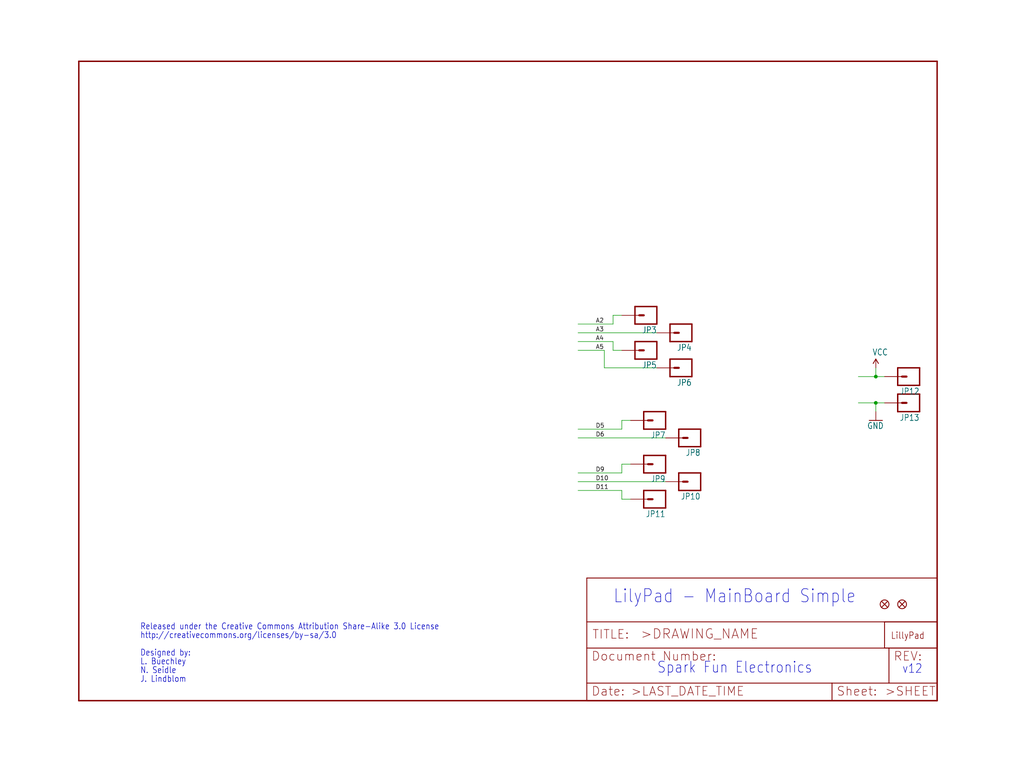
<source format=kicad_sch>
(kicad_sch (version 20211123) (generator eeschema)
  (paper "User" 297.002 223.926)
  (lib_symbols
    (symbol "eagleSchem-eagle-import:FIDUCIALUFIDUCIAL"
      (symbol "FIDUCIALUFIDUCIAL_1_0"
        (polyline (pts (xy -0.762 0.762) (xy 0.762 -0.762)) (stroke (width 0.254)))
        (polyline (pts (xy 0.762 0.762) (xy -0.762 -0.762)) (stroke (width 0.254)))
        (circle (center 0 0) (radius 1.27) (stroke (width 0.254)))
      )
    )
    (symbol "eagleSchem-eagle-import:FRAME-LETTER"
      (symbol "FRAME-LETTER_1_0"
        (polyline (pts (xy 0 0) (xy 248.92 0)) (stroke (width 0.4064)))
        (polyline (pts (xy 0 185.42) (xy 0 0)) (stroke (width 0.4064)))
        (polyline (pts (xy 0 185.42) (xy 248.92 185.42)) (stroke (width 0.4064)))
        (polyline (pts (xy 248.92 185.42) (xy 248.92 0)) (stroke (width 0.4064)))
      )
      (symbol "FRAME-LETTER_2_0"
        (polyline (pts (xy 0 0) (xy 0 5.08)) (stroke (width 0.254)))
        (polyline (pts (xy 0 0) (xy 71.12 0)) (stroke (width 0.254)))
        (polyline (pts (xy 0 5.08) (xy 0 15.24)) (stroke (width 0.254)))
        (polyline (pts (xy 0 5.08) (xy 71.12 5.08)) (stroke (width 0.254)))
        (polyline (pts (xy 0 15.24) (xy 0 22.86)) (stroke (width 0.254)))
        (polyline (pts (xy 0 22.86) (xy 0 35.56)) (stroke (width 0.254)))
        (polyline (pts (xy 0 22.86) (xy 101.6 22.86)) (stroke (width 0.254)))
        (polyline (pts (xy 71.12 0) (xy 101.6 0)) (stroke (width 0.254)))
        (polyline (pts (xy 71.12 5.08) (xy 71.12 0)) (stroke (width 0.254)))
        (polyline (pts (xy 71.12 5.08) (xy 87.63 5.08)) (stroke (width 0.254)))
        (polyline (pts (xy 87.63 5.08) (xy 101.6 5.08)) (stroke (width 0.254)))
        (polyline (pts (xy 87.63 15.24) (xy 0 15.24)) (stroke (width 0.254)))
        (polyline (pts (xy 87.63 15.24) (xy 87.63 5.08)) (stroke (width 0.254)))
        (polyline (pts (xy 101.6 5.08) (xy 101.6 0)) (stroke (width 0.254)))
        (polyline (pts (xy 101.6 15.24) (xy 87.63 15.24)) (stroke (width 0.254)))
        (polyline (pts (xy 101.6 15.24) (xy 101.6 5.08)) (stroke (width 0.254)))
        (polyline (pts (xy 101.6 22.86) (xy 101.6 15.24)) (stroke (width 0.254)))
        (polyline (pts (xy 101.6 35.56) (xy 0 35.56)) (stroke (width 0.254)))
        (polyline (pts (xy 101.6 35.56) (xy 101.6 22.86)) (stroke (width 0.254)))
        (text ">DRAWING_NAME" (at 15.494 17.78 0) (effects (font (size 2.7432 2.7432)) (justify left bottom)))
        (text ">LAST_DATE_TIME" (at 12.7 1.27 0) (effects (font (size 2.54 2.54)) (justify left bottom)))
        (text ">SHEET" (at 86.36 1.27 0) (effects (font (size 2.54 2.54)) (justify left bottom)))
        (text "Date:" (at 1.27 1.27 0) (effects (font (size 2.54 2.54)) (justify left bottom)))
        (text "Document Number:" (at 1.27 11.43 0) (effects (font (size 2.54 2.54)) (justify left bottom)))
        (text "REV:" (at 88.9 11.43 0) (effects (font (size 2.54 2.54)) (justify left bottom)))
        (text "Sheet:" (at 72.39 1.27 0) (effects (font (size 2.54 2.54)) (justify left bottom)))
        (text "TITLE:" (at 1.524 17.78 0) (effects (font (size 2.54 2.54)) (justify left bottom)))
      )
    )
    (symbol "eagleSchem-eagle-import:GND" (power)
      (property "Value" "GND" (at -2.54 -2.54 0))
      (symbol "GND_1_0"
        (polyline (pts (xy -1.905 0) (xy 1.905 0)) (stroke (width 0.254)))
        (pin power_in line (at 0 2.54 270) (length 2.54) (name "GND") (number "1"))
      )
    )
    (symbol "eagleSchem-eagle-import:LOGO-LPLP"
      (symbol "LOGO-LPLP_1_0"
        (polyline (pts (xy -2.54 -2.54) (xy 12.7 -2.54)) (stroke (width 0.254)))
        (polyline (pts (xy -2.54 5.08) (xy -2.54 -2.54)) (stroke (width 0.254)))
        (polyline (pts (xy 12.7 -2.54) (xy 12.7 5.08)) (stroke (width 0.254)))
        (polyline (pts (xy 12.7 5.08) (xy -2.54 5.08)) (stroke (width 0.254)))
        (text "LillyPad" (at -0.762 0 0) (effects (font (size 1.9304 1.6408)) (justify left bottom)))
      )
    )
    (symbol "eagleSchem-eagle-import:M01SNAP-MALE_LARGE"
      (property "Reference" "JP" (at -2.54 3.302 0))
      (property "Value" "M01SNAP-MALE_LARGE" (at -2.54 -5.08 0))
      (symbol "M01SNAP-MALE_LARGE_1_0"
        (polyline (pts (xy -2.54 2.54) (xy -2.54 -2.54)) (stroke (width 0.4064)))
        (polyline (pts (xy -2.54 2.54) (xy 3.81 2.54)) (stroke (width 0.4064)))
        (polyline (pts (xy 1.27 0) (xy 2.54 0)) (stroke (width 0.6096)))
        (polyline (pts (xy 3.81 -2.54) (xy -2.54 -2.54)) (stroke (width 0.4064)))
        (polyline (pts (xy 3.81 -2.54) (xy 3.81 2.54)) (stroke (width 0.4064)))
        (pin passive line (at 7.62 0 180) (length 5.08) (name "1") (number "2"))
      )
    )
    (symbol "eagleSchem-eagle-import:VCC" (power)
      (property "Value" "VCC" (at -1.016 3.556 0))
      (symbol "VCC_1_0"
        (polyline (pts (xy 0 2.54) (xy -0.762 1.27)) (stroke (width 0.254)))
        (polyline (pts (xy 0.762 1.27) (xy 0 2.54)) (stroke (width 0.254)))
        (pin power_in line (at 0 0 90) (length 2.54) (name "VCC") (number "1"))
      )
    )
  )
  (junction (at 254 109.22))
  (junction (at 254 116.84))
  (wire (pts (xy 167.64 142.24) (xy 180.34 142.24)))
  (wire (pts (xy 177.8 99.06) (xy 167.64 99.06)))
  (wire (pts (xy 254 116.84) (xy 256.54 116.84)))
  (wire (pts (xy 177.8 101.6) (xy 177.8 99.06)))
  (wire (pts (xy 190.5 106.68) (xy 175.26 106.68)))
  (wire (pts (xy 182.88 121.92) (xy 180.34 121.92)))
  (wire (pts (xy 180.34 144.78) (xy 182.88 144.78)))
  (wire (pts (xy 167.64 127) (xy 193.04 127)))
  (wire (pts (xy 180.34 134.62) (xy 180.34 137.16)))
  (wire (pts (xy 180.34 137.16) (xy 167.64 137.16)))
  (wire (pts (xy 180.34 124.46) (xy 167.64 124.46)))
  (wire (pts (xy 180.34 101.6) (xy 177.8 101.6)))
  (wire (pts (xy 254 109.22) (xy 248.92 109.22)))
  (wire (pts (xy 182.88 134.62) (xy 180.34 134.62)))
  (wire (pts (xy 190.5 96.52) (xy 167.64 96.52)))
  (wire (pts (xy 254 106.68) (xy 254 109.22)))
  (wire (pts (xy 180.34 121.92) (xy 180.34 124.46)))
  (wire (pts (xy 254 109.22) (xy 256.54 109.22)))
  (wire (pts (xy 167.64 139.7) (xy 193.04 139.7)))
  (wire (pts (xy 177.8 91.44) (xy 177.8 93.98)))
  (wire (pts (xy 175.26 106.68) (xy 175.26 101.6)))
  (wire (pts (xy 180.34 91.44) (xy 177.8 91.44)))
  (wire (pts (xy 177.8 93.98) (xy 167.64 93.98)))
  (wire (pts (xy 180.34 142.24) (xy 180.34 144.78)))
  (wire (pts (xy 254 116.84) (xy 254 119.38)))
  (wire (pts (xy 175.26 101.6) (xy 167.64 101.6)))
  (wire (pts (xy 254 116.84) (xy 248.92 116.84)))
  (text "http://creativecommons.org/licenses/by-sa/3.0" (at 40.64 185.42 180) (effects (font (size 1.778 1.5113)) (justify left bottom)))
  (text "J. Lindblom" (at 40.64 198.12 180) (effects (font (size 1.778 1.5113)) (justify left bottom)))
  (text "Designed by:" (at 40.64 190.5 180) (effects (font (size 1.778 1.5113)) (justify left bottom)))
  (text "N. Seidle" (at 40.64 195.58 180) (effects (font (size 1.778 1.5113)) (justify left bottom)))
  (text "v12" (at 261.62 195.58 180) (effects (font (size 2.54 2.159)) (justify left bottom)))
  (text "Released under the Creative Commons Attribution Share-Alike 3.0 License" (at 40.64 182.88 0) (effects (font (size 1.778 1.5113)) (justify left bottom)))
  (text "LilyPad - MainBoard Simple" (at 177.8 175.26 180) (effects (font (size 3.81 3.2385)) (justify left bottom)))
  (text "Spark Fun Electronics" (at 190.5 195.58 180) (effects (font (size 3.175 2.6987)) (justify left bottom)))
  (text "L. Buechley" (at 40.64 193.04 180) (effects (font (size 1.778 1.5113)) (justify left bottom)))
  (label "D10" (at 172.72 139.7 0) (effects (font (size 1.2446 1.2446))))
  (label "D6" (at 172.72 127 0) (effects (font (size 1.2446 1.2446))))
  (label "A5" (at 172.72 101.6 0) (effects (font (size 1.2446 1.2446))))
  (label "D5" (at 172.72 124.46 0) (effects (font (size 1.2446 1.2446))))
  (label "A2" (at 172.72 93.98 0) (effects (font (size 1.2446 1.2446))))
  (label "D9" (at 172.72 137.16 0) (effects (font (size 1.2446 1.2446))))
  (label "A3" (at 172.72 96.52 0) (effects (font (size 1.2446 1.2446))))
  (label "D11" (at 172.72 142.24 0) (effects (font (size 1.2446 1.2446))))
  (label "A4" (at 172.72 99.06 0) (effects (font (size 1.2446 1.2446))))
  (symbol (lib_id "eagleSchem-eagle-import:LOGO-LPLP") (at 259.08 185.42 0) (unit 1)
    (property "Reference" "U$1" (effects hide))
    (property "Value" "LOGO-LPLP" (effects hide))
    (property "Footprint" "eagleSchem:LOGO-LILYPAD" (effects hide))
  )
  (symbol (lib_id "eagleSchem-eagle-import:M01SNAP-MALE_LARGE") (at 187.96 101.6 180) (unit 1)
    (property "Reference" "JP5" (at 190.5 104.902 0) (effects (font (size 1.778 1.5113)) (justify left bottom)))
    (property "Value" "M01SNAP-MALE_LARGE" (effects hide))
    (property "Footprint" "eagleSchem:SNAP-MALE_LARGE" (effects hide))
  )
  (symbol (lib_id "eagleSchem-eagle-import:M01SNAP-MALE_LARGE") (at 200.66 127 180) (unit 1)
    (property "Reference" "JP8" (at 203.2 130.302 0) (effects (font (size 1.778 1.5113)) (justify left bottom)))
    (property "Value" "M01SNAP-MALE_LARGE" (effects hide))
    (property "Footprint" "eagleSchem:SNAP-MALE_LARGE" (effects hide))
  )
  (symbol (lib_id "eagleSchem-eagle-import:M01SNAP-MALE_LARGE") (at 190.5 144.78 180) (unit 1)
    (property "Reference" "JP11" (at 193.04 148.082 0) (effects (font (size 1.778 1.5113)) (justify left bottom)))
    (property "Value" "M01SNAP-MALE_LARGE" (effects hide))
    (property "Footprint" "eagleSchem:SNAP-MALE_LARGE" (effects hide))
  )
  (symbol (lib_id "eagleSchem-eagle-import:GND") (at 254 121.92 0) (unit 1)
    (property "Reference" "#GND8" (effects hide))
    (property "Value" "GND" (at 251.46 124.46 0) (effects (font (size 1.778 1.5113)) (justify left bottom)))
    (property "Footprint" "eagleSchem:" (effects hide))
  )
  (symbol (lib_id "eagleSchem-eagle-import:M01SNAP-MALE_LARGE") (at 264.16 109.22 180) (unit 1)
    (property "Reference" "JP12" (at 266.7 112.522 0) (effects (font (size 1.778 1.5113)) (justify left bottom)))
    (property "Value" "M01SNAP-MALE_LARGE" (effects hide))
    (property "Footprint" "eagleSchem:SNAP-MALE_LARGE" (effects hide))
  )
  (symbol (lib_id "eagleSchem-eagle-import:FIDUCIALUFIDUCIAL") (at 256.54 175.26 0) (unit 1)
    (property "Reference" "JP1" (effects hide))
    (property "Value" "FIDUCIALUFIDUCIAL" (effects hide))
    (property "Footprint" "eagleSchem:MICRO-FIDUCIAL" (effects hide))
  )
  (symbol (lib_id "eagleSchem-eagle-import:M01SNAP-MALE_LARGE") (at 187.96 91.44 180) (unit 1)
    (property "Reference" "JP3" (at 190.5 94.742 0) (effects (font (size 1.778 1.5113)) (justify left bottom)))
    (property "Value" "M01SNAP-MALE_LARGE" (effects hide))
    (property "Footprint" "eagleSchem:SNAP-MALE_LARGE" (effects hide))
  )
  (symbol (lib_id "eagleSchem-eagle-import:VCC") (at 254 106.68 0) (unit 1)
    (property "Reference" "#P+5" (effects hide))
    (property "Value" "VCC" (at 252.984 103.124 0) (effects (font (size 1.778 1.5113)) (justify left bottom)))
    (property "Footprint" "eagleSchem:" (effects hide))
  )
  (symbol (lib_id "eagleSchem-eagle-import:M01SNAP-MALE_LARGE") (at 190.5 121.92 180) (unit 1)
    (property "Reference" "JP7" (at 193.04 125.222 0) (effects (font (size 1.778 1.5113)) (justify left bottom)))
    (property "Value" "M01SNAP-MALE_LARGE" (effects hide))
    (property "Footprint" "eagleSchem:SNAP-MALE_LARGE" (effects hide))
  )
  (symbol (lib_id "eagleSchem-eagle-import:M01SNAP-MALE_LARGE") (at 190.5 134.62 180) (unit 1)
    (property "Reference" "JP9" (at 193.04 137.922 0) (effects (font (size 1.778 1.5113)) (justify left bottom)))
    (property "Value" "M01SNAP-MALE_LARGE" (effects hide))
    (property "Footprint" "eagleSchem:SNAP-MALE_LARGE" (effects hide))
  )
  (symbol (lib_id "eagleSchem-eagle-import:M01SNAP-MALE_LARGE") (at 198.12 106.68 180) (unit 1)
    (property "Reference" "JP6" (at 200.66 109.982 0) (effects (font (size 1.778 1.5113)) (justify left bottom)))
    (property "Value" "M01SNAP-MALE_LARGE" (effects hide))
    (property "Footprint" "eagleSchem:SNAP-MALE_LARGE" (effects hide))
  )
  (symbol (lib_id "eagleSchem-eagle-import:M01SNAP-MALE_LARGE") (at 200.66 139.7 180) (unit 1)
    (property "Reference" "JP10" (at 203.2 143.002 0) (effects (font (size 1.778 1.5113)) (justify left bottom)))
    (property "Value" "M01SNAP-MALE_LARGE" (effects hide))
    (property "Footprint" "eagleSchem:SNAP-MALE_LARGE" (effects hide))
  )
  (symbol (lib_id "eagleSchem-eagle-import:M01SNAP-MALE_LARGE") (at 198.12 96.52 180) (unit 1)
    (property "Reference" "JP4" (at 200.66 99.822 0) (effects (font (size 1.778 1.5113)) (justify left bottom)))
    (property "Value" "M01SNAP-MALE_LARGE" (effects hide))
    (property "Footprint" "eagleSchem:SNAP-MALE_LARGE" (effects hide))
  )
  (symbol (lib_id "eagleSchem-eagle-import:FRAME-LETTER") (at 22.86 203.2 0) (unit 1)
    (property "Reference" "#FRAME1" (effects hide))
    (property "Value" "FRAME-LETTER" (effects hide))
    (property "Footprint" "eagleSchem:" (effects hide))
  )
  (symbol (lib_id "eagleSchem-eagle-import:FRAME-LETTER") (at 170.18 203.2 0) (unit 2)
    (property "Reference" "#FRAME1" (effects hide))
    (property "Value" "FRAME-LETTER" (effects hide))
    (property "Footprint" "eagleSchem:" (effects hide))
  )
  (symbol (lib_id "eagleSchem-eagle-import:M01SNAP-MALE_LARGE") (at 264.16 116.84 180) (unit 1)
    (property "Reference" "JP13" (at 266.7 120.142 0) (effects (font (size 1.778 1.5113)) (justify left bottom)))
    (property "Value" "M01SNAP-MALE_LARGE" (effects hide))
    (property "Footprint" "eagleSchem:SNAP-MALE_LARGE" (effects hide))
  )
  (symbol (lib_id "eagleSchem-eagle-import:FIDUCIALUFIDUCIAL") (at 261.62 175.26 0) (unit 1)
    (property "Reference" "JP2" (effects hide))
    (property "Value" "FIDUCIALUFIDUCIAL" (effects hide))
    (property "Footprint" "eagleSchem:MICRO-FIDUCIAL" (effects hide))
  )
)
</source>
